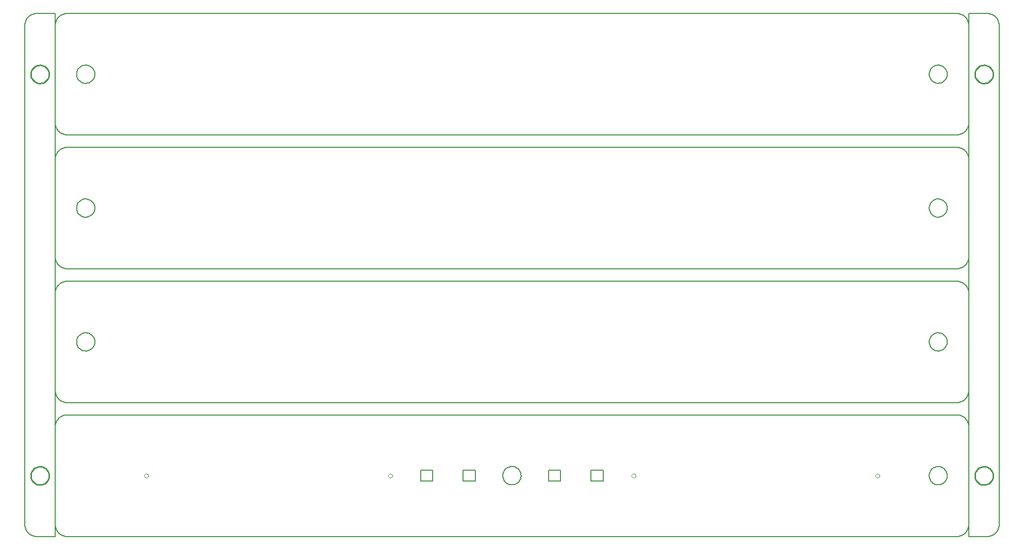
<source format=gko>
G04 Layer_Color=16711935*
%FSLAX25Y25*%
%MOIN*%
G70*
G01*
G75*
%ADD12C,0.01000*%
%ADD42C,0.00500*%
%ADD74C,0.00787*%
%ADD75C,0.00394*%
%ADD77C,0.00512*%
D12*
X-299213Y259842D02*
X-299298Y260841D01*
X-299550Y261810D01*
X-299962Y262723D01*
X-300523Y263552D01*
X-301217Y264276D01*
X-302022Y264871D01*
X-302916Y265322D01*
X-303874Y265616D01*
X-304868Y265743D01*
X-305868Y265700D01*
X-306847Y265489D01*
X-307777Y265116D01*
X-308630Y264591D01*
X-309382Y263929D01*
X-310011Y263149D01*
X-310499Y262275D01*
X-310833Y261331D01*
X-311002Y260343D01*
Y259342D01*
X-310833Y258354D01*
X-310499Y257410D01*
X-310011Y256536D01*
X-309382Y255756D01*
X-308630Y255095D01*
X-307777Y254569D01*
X-306847Y254196D01*
X-305868Y253985D01*
X-304868Y253942D01*
X-303874Y254070D01*
X-302916Y254363D01*
X-302022Y254814D01*
X-301217Y255409D01*
X-300523Y256133D01*
X-299962Y256962D01*
X-299550Y257875D01*
X-299298Y258844D01*
X-299213Y259842D01*
Y0D02*
X-299298Y998D01*
X-299550Y1967D01*
X-299962Y2880D01*
X-300523Y3710D01*
X-301217Y4433D01*
X-302022Y5029D01*
X-302916Y5480D01*
X-303874Y5773D01*
X-304868Y5900D01*
X-305868Y5858D01*
X-306847Y5647D01*
X-307777Y5273D01*
X-308630Y4748D01*
X-309382Y4086D01*
X-310011Y3307D01*
X-310499Y2433D01*
X-310833Y1488D01*
X-311002Y501D01*
Y-501D01*
X-310833Y-1488D01*
X-310499Y-2433D01*
X-310011Y-3307D01*
X-309382Y-4086D01*
X-308630Y-4748D01*
X-307777Y-5273D01*
X-306847Y-5647D01*
X-305868Y-5858D01*
X-304868Y-5900D01*
X-303874Y-5773D01*
X-302916Y-5480D01*
X-302022Y-5029D01*
X-301217Y-4433D01*
X-300523Y-3710D01*
X-299962Y-2880D01*
X-299550Y-1967D01*
X-299298Y-998D01*
X-299213Y0D01*
X311024D02*
X310939Y998D01*
X310686Y1967D01*
X310274Y2880D01*
X309713Y3710D01*
X309020Y4433D01*
X308214Y5029D01*
X307320Y5480D01*
X306362Y5773D01*
X305369Y5900D01*
X304368Y5858D01*
X303389Y5647D01*
X302459Y5273D01*
X301606Y4748D01*
X300855Y4086D01*
X300225Y3307D01*
X299737Y2433D01*
X299403Y1488D01*
X299234Y501D01*
Y-501D01*
X299403Y-1488D01*
X299737Y-2433D01*
X300225Y-3307D01*
X300855Y-4086D01*
X301606Y-4748D01*
X302459Y-5273D01*
X303389Y-5647D01*
X304368Y-5858D01*
X305369Y-5900D01*
X306362Y-5773D01*
X307320Y-5480D01*
X308214Y-5029D01*
X309020Y-4433D01*
X309713Y-3710D01*
X310274Y-2880D01*
X310686Y-1967D01*
X310939Y-998D01*
X311024Y0D01*
Y259842D02*
X310939Y260841D01*
X310686Y261810D01*
X310274Y262723D01*
X309713Y263552D01*
X309020Y264276D01*
X308214Y264871D01*
X307320Y265322D01*
X306362Y265616D01*
X305369Y265743D01*
X304368Y265700D01*
X303389Y265489D01*
X302459Y265116D01*
X301606Y264591D01*
X300855Y263929D01*
X300225Y263149D01*
X299737Y262275D01*
X299403Y261331D01*
X299234Y260343D01*
Y259342D01*
X299403Y258354D01*
X299737Y257410D01*
X300225Y256536D01*
X300855Y255756D01*
X301606Y255095D01*
X302459Y254569D01*
X303389Y254196D01*
X304368Y253985D01*
X305369Y253942D01*
X306362Y254070D01*
X307320Y254363D01*
X308214Y254814D01*
X309020Y255409D01*
X309713Y256133D01*
X310274Y256962D01*
X310686Y257875D01*
X310939Y258844D01*
X311024Y259842D01*
D42*
X281496Y0D02*
X281411Y998D01*
X281159Y1967D01*
X280746Y2880D01*
X280185Y3710D01*
X279492Y4433D01*
X278687Y5029D01*
X277793Y5480D01*
X276835Y5773D01*
X275841Y5900D01*
X274841Y5858D01*
X273861Y5647D01*
X272932Y5273D01*
X272079Y4748D01*
X271327Y4086D01*
X270698Y3307D01*
X270209Y2433D01*
X269876Y1488D01*
X269706Y501D01*
Y-501D01*
X269876Y-1488D01*
X270209Y-2432D01*
X270698Y-3307D01*
X271327Y-4086D01*
X272079Y-4748D01*
X272932Y-5273D01*
X273861Y-5647D01*
X274841Y-5858D01*
X275841Y-5900D01*
X276835Y-5773D01*
X277793Y-5480D01*
X278687Y-5029D01*
X279492Y-4433D01*
X280185Y-3710D01*
X280746Y-2880D01*
X281159Y-1967D01*
X281411Y-998D01*
X281496Y0D01*
Y86614D02*
X281411Y87612D01*
X281159Y88582D01*
X280746Y89494D01*
X280185Y90324D01*
X279492Y91047D01*
X278687Y91643D01*
X277793Y92094D01*
X276835Y92387D01*
X275841Y92514D01*
X274841Y92472D01*
X273861Y92261D01*
X272932Y91887D01*
X272079Y91362D01*
X271327Y90701D01*
X270698Y89921D01*
X270209Y89047D01*
X269876Y88102D01*
X269706Y87115D01*
Y86113D01*
X269876Y85126D01*
X270209Y84182D01*
X270698Y83307D01*
X271327Y82528D01*
X272079Y81866D01*
X272932Y81341D01*
X273861Y80968D01*
X274841Y80757D01*
X275841Y80714D01*
X276835Y80841D01*
X277793Y81135D01*
X278687Y81586D01*
X279492Y82181D01*
X280185Y82904D01*
X280746Y83734D01*
X281159Y84647D01*
X281411Y85616D01*
X281496Y86614D01*
X-269685D02*
X-269770Y87612D01*
X-270023Y88582D01*
X-270435Y89494D01*
X-270996Y90324D01*
X-271689Y91047D01*
X-272494Y91643D01*
X-273389Y92094D01*
X-274346Y92387D01*
X-275340Y92514D01*
X-276341Y92472D01*
X-277320Y92261D01*
X-278249Y91887D01*
X-279102Y91362D01*
X-279854Y90701D01*
X-280484Y89921D01*
X-280972Y89047D01*
X-281306Y88102D01*
X-281475Y87115D01*
Y86113D01*
X-281306Y85126D01*
X-280972Y84182D01*
X-280484Y83307D01*
X-279854Y82528D01*
X-279102Y81866D01*
X-278249Y81341D01*
X-277320Y80968D01*
X-276341Y80757D01*
X-275340Y80714D01*
X-274346Y80841D01*
X-273389Y81135D01*
X-272494Y81586D01*
X-271689Y82181D01*
X-270996Y82904D01*
X-270435Y83734D01*
X-270023Y84647D01*
X-269770Y85616D01*
X-269685Y86614D01*
X281496Y173228D02*
X281411Y174226D01*
X281159Y175196D01*
X280746Y176109D01*
X280185Y176938D01*
X279492Y177662D01*
X278687Y178257D01*
X277793Y178708D01*
X276835Y179001D01*
X275841Y179129D01*
X274841Y179086D01*
X273861Y178875D01*
X272932Y178502D01*
X272079Y177977D01*
X271327Y177315D01*
X270698Y176535D01*
X270209Y175661D01*
X269876Y174716D01*
X269706Y173729D01*
Y172728D01*
X269876Y171740D01*
X270209Y170796D01*
X270698Y169922D01*
X271327Y169142D01*
X272079Y168480D01*
X272932Y167955D01*
X273861Y167582D01*
X274841Y167371D01*
X275841Y167328D01*
X276835Y167455D01*
X277793Y167749D01*
X278687Y168200D01*
X279492Y168795D01*
X280185Y169518D01*
X280746Y170348D01*
X281159Y171261D01*
X281411Y172230D01*
X281496Y173228D01*
X-269685D02*
X-269770Y174226D01*
X-270023Y175196D01*
X-270435Y176109D01*
X-270996Y176938D01*
X-271689Y177662D01*
X-272494Y178257D01*
X-273389Y178708D01*
X-274346Y179001D01*
X-275340Y179129D01*
X-276341Y179086D01*
X-277320Y178875D01*
X-278249Y178502D01*
X-279102Y177977D01*
X-279854Y177315D01*
X-280484Y176535D01*
X-280972Y175661D01*
X-281306Y174716D01*
X-281475Y173729D01*
Y172728D01*
X-281306Y171740D01*
X-280972Y170796D01*
X-280484Y169922D01*
X-279854Y169142D01*
X-279102Y168480D01*
X-278249Y167955D01*
X-277320Y167582D01*
X-276341Y167371D01*
X-275340Y167328D01*
X-274346Y167455D01*
X-273389Y167749D01*
X-272494Y168200D01*
X-271689Y168795D01*
X-270996Y169518D01*
X-270435Y170348D01*
X-270023Y171261D01*
X-269770Y172230D01*
X-269685Y173228D01*
X281496Y259843D02*
X281411Y260841D01*
X281159Y261810D01*
X280746Y262723D01*
X280185Y263553D01*
X279492Y264276D01*
X278687Y264871D01*
X277793Y265322D01*
X276835Y265616D01*
X275841Y265743D01*
X274841Y265700D01*
X273861Y265489D01*
X272932Y265116D01*
X272079Y264591D01*
X271327Y263929D01*
X270698Y263149D01*
X270209Y262275D01*
X269876Y261331D01*
X269706Y260343D01*
Y259342D01*
X269876Y258354D01*
X270209Y257410D01*
X270698Y256536D01*
X271327Y255756D01*
X272079Y255095D01*
X272932Y254569D01*
X273861Y254196D01*
X274841Y253985D01*
X275841Y253942D01*
X276835Y254070D01*
X277793Y254363D01*
X278687Y254814D01*
X279492Y255410D01*
X280185Y256133D01*
X280746Y256962D01*
X281159Y257875D01*
X281411Y258845D01*
X281496Y259843D01*
X-269685D02*
X-269770Y260841D01*
X-270023Y261810D01*
X-270435Y262723D01*
X-270996Y263553D01*
X-271689Y264276D01*
X-272494Y264871D01*
X-273389Y265322D01*
X-274346Y265616D01*
X-275340Y265743D01*
X-276341Y265700D01*
X-277320Y265489D01*
X-278249Y265116D01*
X-279102Y264591D01*
X-279854Y263929D01*
X-280484Y263149D01*
X-280972Y262275D01*
X-281306Y261331D01*
X-281475Y260343D01*
Y259342D01*
X-281306Y258354D01*
X-280972Y257410D01*
X-280484Y256536D01*
X-279854Y255756D01*
X-279102Y255095D01*
X-278249Y254569D01*
X-277320Y254196D01*
X-276341Y253985D01*
X-275340Y253942D01*
X-274346Y254070D01*
X-273389Y254363D01*
X-272494Y254814D01*
X-271689Y255410D01*
X-270996Y256133D01*
X-270435Y256962D01*
X-270023Y257875D01*
X-269770Y258845D01*
X-269685Y259843D01*
X-295276Y-31496D02*
X-295208Y-32524D01*
X-295007Y-33534D01*
X-294676Y-34509D01*
X-294221Y-35433D01*
X-293649Y-36290D01*
X-292969Y-37064D01*
X-292195Y-37743D01*
X-291339Y-38315D01*
X-290415Y-38771D01*
X-289440Y-39102D01*
X-288429Y-39303D01*
X-287402Y-39370D01*
X295276Y31496D02*
X295208Y32524D01*
X295007Y33534D01*
X294676Y34509D01*
X294221Y35433D01*
X293649Y36290D01*
X292969Y37064D01*
X292195Y37743D01*
X291339Y38315D01*
X290415Y38771D01*
X289440Y39102D01*
X288429Y39303D01*
X287402Y39370D01*
Y-39370D02*
X288429Y-39303D01*
X289440Y-39102D01*
X290415Y-38771D01*
X291339Y-38315D01*
X292195Y-37743D01*
X292969Y-37064D01*
X293649Y-36290D01*
X294221Y-35433D01*
X294676Y-34509D01*
X295007Y-33534D01*
X295208Y-32524D01*
X295276Y-31496D01*
X-287402Y39370D02*
X-288429Y39303D01*
X-289440Y39102D01*
X-290415Y38771D01*
X-291339Y38315D01*
X-292195Y37743D01*
X-292969Y37064D01*
X-293649Y36290D01*
X-294221Y35433D01*
X-294676Y34509D01*
X-295007Y33534D01*
X-295208Y32524D01*
X-295276Y31496D01*
X-287402Y125984D02*
X-288429Y125917D01*
X-289440Y125716D01*
X-290415Y125385D01*
X-291339Y124929D01*
X-292195Y124357D01*
X-292969Y123678D01*
X-293649Y122904D01*
X-294221Y122047D01*
X-294676Y121124D01*
X-295007Y120148D01*
X-295208Y119138D01*
X-295276Y118110D01*
X287402Y47244D02*
X288429Y47311D01*
X289440Y47512D01*
X290415Y47844D01*
X291339Y48299D01*
X292195Y48871D01*
X292969Y49550D01*
X293649Y50325D01*
X294221Y51181D01*
X294676Y52105D01*
X295007Y53080D01*
X295208Y54090D01*
X295276Y55118D01*
Y118110D02*
X295208Y119138D01*
X295007Y120148D01*
X294676Y121124D01*
X294221Y122047D01*
X293649Y122904D01*
X292969Y123678D01*
X292195Y124357D01*
X291339Y124929D01*
X290415Y125385D01*
X289440Y125716D01*
X288429Y125917D01*
X287402Y125984D01*
X-295276Y55118D02*
X-295208Y54090D01*
X-295007Y53080D01*
X-294676Y52105D01*
X-294221Y51181D01*
X-293649Y50325D01*
X-292969Y49550D01*
X-292195Y48871D01*
X-291339Y48299D01*
X-290415Y47844D01*
X-289440Y47512D01*
X-288429Y47311D01*
X-287402Y47244D01*
Y212598D02*
X-288429Y212531D01*
X-289440Y212330D01*
X-290415Y211999D01*
X-291339Y211543D01*
X-292195Y210971D01*
X-292969Y210292D01*
X-293649Y209518D01*
X-294221Y208661D01*
X-294676Y207738D01*
X-295007Y206762D01*
X-295208Y205752D01*
X-295276Y204724D01*
X287402Y133858D02*
X288429Y133926D01*
X289440Y134127D01*
X290415Y134458D01*
X291339Y134913D01*
X292195Y135485D01*
X292969Y136164D01*
X293649Y136939D01*
X294221Y137795D01*
X294676Y138719D01*
X295007Y139694D01*
X295208Y140705D01*
X295276Y141732D01*
Y204724D02*
X295208Y205752D01*
X295007Y206762D01*
X294676Y207738D01*
X294221Y208661D01*
X293649Y209518D01*
X292969Y210292D01*
X292195Y210971D01*
X291339Y211543D01*
X290415Y211999D01*
X289440Y212330D01*
X288429Y212531D01*
X287402Y212598D01*
X-295276Y141732D02*
X-295208Y140705D01*
X-295007Y139694D01*
X-294676Y138719D01*
X-294221Y137795D01*
X-293649Y136939D01*
X-292969Y136164D01*
X-292195Y135485D01*
X-291339Y134913D01*
X-290415Y134458D01*
X-289440Y134127D01*
X-288429Y133926D01*
X-287402Y133858D01*
Y299213D02*
X-288429Y299145D01*
X-289440Y298944D01*
X-290415Y298613D01*
X-291339Y298158D01*
X-292195Y297586D01*
X-292969Y296906D01*
X-293649Y296132D01*
X-294221Y295276D01*
X-294676Y294352D01*
X-295007Y293376D01*
X-295208Y292366D01*
X-295276Y291339D01*
X287402Y220472D02*
X288429Y220540D01*
X289440Y220741D01*
X290415Y221072D01*
X291339Y221527D01*
X292195Y222100D01*
X292969Y222779D01*
X293649Y223553D01*
X294221Y224410D01*
X294676Y225333D01*
X295007Y226308D01*
X295208Y227319D01*
X295276Y228346D01*
Y291339D02*
X295208Y292366D01*
X295007Y293376D01*
X294676Y294352D01*
X294221Y295276D01*
X293649Y296132D01*
X292969Y296906D01*
X292195Y297586D01*
X291339Y298158D01*
X290415Y298613D01*
X289440Y298944D01*
X288429Y299145D01*
X287402Y299213D01*
X-295276Y228346D02*
X-295208Y227319D01*
X-295007Y226308D01*
X-294676Y225333D01*
X-294221Y224410D01*
X-293649Y223553D01*
X-292969Y222779D01*
X-292195Y222100D01*
X-291339Y221527D01*
X-290415Y221072D01*
X-289440Y220741D01*
X-288429Y220540D01*
X-287402Y220472D01*
X295276Y299213D02*
X307087D01*
X314961Y-31496D02*
Y291339D01*
X-307087Y-39370D02*
X-295276D01*
X-314961Y-31496D02*
Y291339D01*
X-307087Y299213D02*
X-295276D01*
X295276Y-39370D02*
X307087D01*
X295276Y47244D02*
Y125984D01*
X-295276Y47244D02*
Y125984D01*
X295276Y133858D02*
Y212598D01*
X-295276Y133858D02*
Y212598D01*
X295276Y220472D02*
Y299213D01*
X-295276Y220472D02*
Y299213D01*
Y-39370D02*
Y299213D01*
X295276Y-39370D02*
Y299213D01*
X-287402Y-39370D02*
X287402D01*
X295276Y-31496D02*
Y31496D01*
X-287402Y39370D02*
X287402D01*
X-295276Y-31496D02*
Y31496D01*
Y55118D02*
Y118110D01*
X-287402Y125984D02*
X287402D01*
X295276Y55118D02*
Y118110D01*
X-287402Y47244D02*
X287402D01*
X-295276Y141732D02*
Y204724D01*
X-287402Y212598D02*
X287402D01*
X295276Y141732D02*
Y204724D01*
X-287402Y133858D02*
X287402D01*
X-295276Y228346D02*
Y291339D01*
X-287402Y299213D02*
X287402D01*
X295276Y228346D02*
Y291339D01*
X-287402Y220472D02*
X287402D01*
X-51181Y-3543D02*
Y3543D01*
X-59055Y-3543D02*
X-51181D01*
X-59055D02*
Y3543D01*
X-51181D01*
X31496Y-3543D02*
Y3543D01*
X23622Y-3543D02*
X31496D01*
X23622D02*
Y3543D01*
X31496D01*
X59055Y-3543D02*
Y3543D01*
X51181Y-3543D02*
X59055D01*
X51181D02*
Y3543D01*
X59055D01*
X-31496D02*
X-23622D01*
X-31496Y-3543D02*
Y3543D01*
Y-3543D02*
X-23622D01*
Y3543D01*
D74*
X5906Y0D02*
X5821Y998D01*
X5568Y1967D01*
X5156Y2880D01*
X4595Y3710D01*
X3902Y4433D01*
X3096Y5029D01*
X2202Y5480D01*
X1244Y5773D01*
X251Y5900D01*
X-750Y5858D01*
X-1729Y5647D01*
X-2659Y5273D01*
X-3512Y4748D01*
X-4264Y4086D01*
X-4893Y3307D01*
X-5381Y2433D01*
X-5715Y1488D01*
X-5884Y501D01*
Y-501D01*
X-5715Y-1488D01*
X-5381Y-2433D01*
X-4893Y-3307D01*
X-4264Y-4086D01*
X-3512Y-4748D01*
X-2659Y-5273D01*
X-1729Y-5647D01*
X-750Y-5858D01*
X251Y-5900D01*
X1244Y-5773D01*
X2202Y-5480D01*
X3096Y-5029D01*
X3902Y-4433D01*
X4595Y-3710D01*
X5156Y-2880D01*
X5568Y-1967D01*
X5821Y-998D01*
X5906Y0D01*
D75*
X237598Y0D02*
X237276Y886D01*
X236460Y1357D01*
X235531Y1193D01*
X234926Y471D01*
Y-471D01*
X235531Y-1193D01*
X236460Y-1357D01*
X237276Y-886D01*
X237598Y0D01*
X80118D02*
X79796Y886D01*
X78979Y1357D01*
X78051Y1193D01*
X77445Y471D01*
Y-471D01*
X78051Y-1193D01*
X78979Y-1357D01*
X79796Y-886D01*
X80118Y0D01*
X-77362D02*
X-77685Y886D01*
X-78501Y1357D01*
X-79429Y1193D01*
X-80035Y471D01*
Y-471D01*
X-79429Y-1193D01*
X-78501Y-1357D01*
X-77685Y-886D01*
X-77362Y0D01*
X-234842D02*
X-235165Y886D01*
X-235981Y1357D01*
X-236910Y1193D01*
X-237515Y471D01*
Y-471D01*
X-236910Y-1193D01*
X-235981Y-1357D01*
X-235165Y-886D01*
X-234842Y0D01*
D77*
X307087Y-39370D02*
X308114Y-39303D01*
X309124Y-39102D01*
X310100Y-38771D01*
X311024Y-38315D01*
X311880Y-37743D01*
X312654Y-37064D01*
X313334Y-36290D01*
X313906Y-35433D01*
X314361Y-34509D01*
X314692Y-33534D01*
X314893Y-32524D01*
X314961Y-31496D01*
Y291339D02*
X314893Y292366D01*
X314692Y293376D01*
X314361Y294352D01*
X313906Y295276D01*
X313334Y296132D01*
X312654Y296906D01*
X311880Y297586D01*
X311024Y298158D01*
X310100Y298613D01*
X309124Y298944D01*
X308114Y299145D01*
X307087Y299213D01*
X-307087D02*
X-308114Y299145D01*
X-309125Y298944D01*
X-310100Y298613D01*
X-311024Y298158D01*
X-311880Y297586D01*
X-312654Y296906D01*
X-313334Y296132D01*
X-313906Y295276D01*
X-314361Y294352D01*
X-314692Y293376D01*
X-314893Y292366D01*
X-314961Y291339D01*
Y-31496D02*
X-314893Y-32524D01*
X-314692Y-33534D01*
X-314361Y-34509D01*
X-313906Y-35433D01*
X-313334Y-36290D01*
X-312654Y-37064D01*
X-311880Y-37743D01*
X-311024Y-38315D01*
X-310100Y-38771D01*
X-309125Y-39102D01*
X-308114Y-39303D01*
X-307087Y-39370D01*
M02*

</source>
